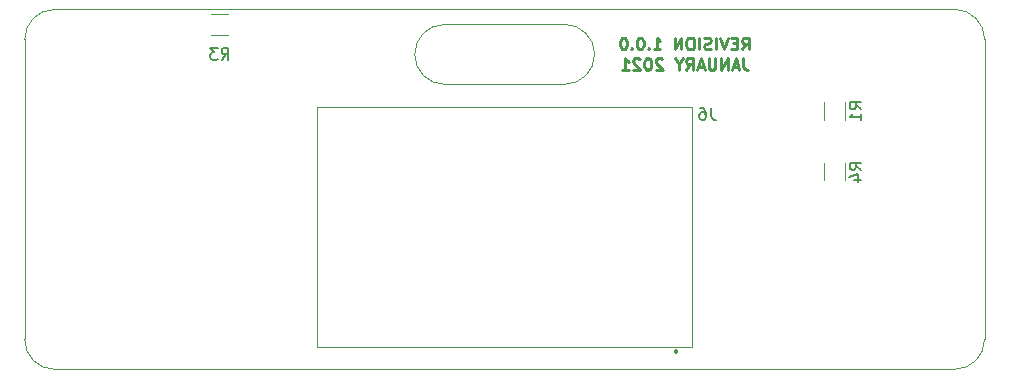
<source format=gbr>
%TF.GenerationSoftware,KiCad,Pcbnew,5.1.8+dfsg1-1+b1*%
%TF.CreationDate,2021-01-25T11:41:01-06:00*%
%TF.ProjectId,driver,64726976-6572-42e6-9b69-6361645f7063,1.0.0*%
%TF.SameCoordinates,Original*%
%TF.FileFunction,Legend,Bot*%
%TF.FilePolarity,Positive*%
%FSLAX46Y46*%
G04 Gerber Fmt 4.6, Leading zero omitted, Abs format (unit mm)*
G04 Created by KiCad (PCBNEW 5.1.8+dfsg1-1+b1) date 2021-01-25 11:41:01*
%MOMM*%
%LPD*%
G01*
G04 APERTURE LIST*
%TA.AperFunction,Profile*%
%ADD10C,0.100000*%
%TD*%
%ADD11C,0.250000*%
%ADD12C,0.120000*%
%ADD13C,0.300000*%
%ADD14C,0.100000*%
%ADD15C,0.150000*%
G04 APERTURE END LIST*
D10*
X121920000Y-85090000D02*
G75*
G02*
X119380000Y-82550000I0J2540000D01*
G01*
X165100000Y-78740000D02*
X88900000Y-78740000D01*
X119380000Y-82550000D02*
G75*
G02*
X121920000Y-80010000I2540000J0D01*
G01*
X132080000Y-80010000D02*
G75*
G02*
X134620000Y-82550000I0J-2540000D01*
G01*
X134620000Y-82550000D02*
G75*
G02*
X132080000Y-85090000I-2540000J0D01*
G01*
X132080000Y-80010000D02*
X121920000Y-80010000D01*
X132080000Y-85090000D02*
X121920000Y-85090000D01*
X165100000Y-109220000D02*
X88900000Y-109220000D01*
X86360000Y-81280000D02*
X86360000Y-106680000D01*
X167640000Y-106680000D02*
X167640000Y-81280000D01*
X86360000Y-81280000D02*
G75*
G02*
X88900000Y-78740000I2540000J0D01*
G01*
X88900000Y-109220000D02*
G75*
G02*
X86360000Y-106680000I0J2540000D01*
G01*
X167640000Y-106680000D02*
G75*
G02*
X165100000Y-109220000I-2540000J0D01*
G01*
X165100000Y-78740000D02*
G75*
G02*
X167640000Y-81280000I0J-2540000D01*
G01*
D11*
X147097142Y-82127380D02*
X147430476Y-81651190D01*
X147668571Y-82127380D02*
X147668571Y-81127380D01*
X147287619Y-81127380D01*
X147192380Y-81175000D01*
X147144761Y-81222619D01*
X147097142Y-81317857D01*
X147097142Y-81460714D01*
X147144761Y-81555952D01*
X147192380Y-81603571D01*
X147287619Y-81651190D01*
X147668571Y-81651190D01*
X146668571Y-81603571D02*
X146335238Y-81603571D01*
X146192380Y-82127380D02*
X146668571Y-82127380D01*
X146668571Y-81127380D01*
X146192380Y-81127380D01*
X145906666Y-81127380D02*
X145573333Y-82127380D01*
X145240000Y-81127380D01*
X144906666Y-82127380D02*
X144906666Y-81127380D01*
X144478095Y-82079761D02*
X144335238Y-82127380D01*
X144097142Y-82127380D01*
X144001904Y-82079761D01*
X143954285Y-82032142D01*
X143906666Y-81936904D01*
X143906666Y-81841666D01*
X143954285Y-81746428D01*
X144001904Y-81698809D01*
X144097142Y-81651190D01*
X144287619Y-81603571D01*
X144382857Y-81555952D01*
X144430476Y-81508333D01*
X144478095Y-81413095D01*
X144478095Y-81317857D01*
X144430476Y-81222619D01*
X144382857Y-81175000D01*
X144287619Y-81127380D01*
X144049523Y-81127380D01*
X143906666Y-81175000D01*
X143478095Y-82127380D02*
X143478095Y-81127380D01*
X142811428Y-81127380D02*
X142620952Y-81127380D01*
X142525714Y-81175000D01*
X142430476Y-81270238D01*
X142382857Y-81460714D01*
X142382857Y-81794047D01*
X142430476Y-81984523D01*
X142525714Y-82079761D01*
X142620952Y-82127380D01*
X142811428Y-82127380D01*
X142906666Y-82079761D01*
X143001904Y-81984523D01*
X143049523Y-81794047D01*
X143049523Y-81460714D01*
X143001904Y-81270238D01*
X142906666Y-81175000D01*
X142811428Y-81127380D01*
X141954285Y-82127380D02*
X141954285Y-81127380D01*
X141382857Y-82127380D01*
X141382857Y-81127380D01*
X139620952Y-82127380D02*
X140192380Y-82127380D01*
X139906666Y-82127380D02*
X139906666Y-81127380D01*
X140001904Y-81270238D01*
X140097142Y-81365476D01*
X140192380Y-81413095D01*
X139192380Y-82032142D02*
X139144761Y-82079761D01*
X139192380Y-82127380D01*
X139240000Y-82079761D01*
X139192380Y-82032142D01*
X139192380Y-82127380D01*
X138525714Y-81127380D02*
X138430476Y-81127380D01*
X138335238Y-81175000D01*
X138287619Y-81222619D01*
X138240000Y-81317857D01*
X138192380Y-81508333D01*
X138192380Y-81746428D01*
X138240000Y-81936904D01*
X138287619Y-82032142D01*
X138335238Y-82079761D01*
X138430476Y-82127380D01*
X138525714Y-82127380D01*
X138620952Y-82079761D01*
X138668571Y-82032142D01*
X138716190Y-81936904D01*
X138763809Y-81746428D01*
X138763809Y-81508333D01*
X138716190Y-81317857D01*
X138668571Y-81222619D01*
X138620952Y-81175000D01*
X138525714Y-81127380D01*
X137763809Y-82032142D02*
X137716190Y-82079761D01*
X137763809Y-82127380D01*
X137811428Y-82079761D01*
X137763809Y-82032142D01*
X137763809Y-82127380D01*
X137097142Y-81127380D02*
X137001904Y-81127380D01*
X136906666Y-81175000D01*
X136859047Y-81222619D01*
X136811428Y-81317857D01*
X136763809Y-81508333D01*
X136763809Y-81746428D01*
X136811428Y-81936904D01*
X136859047Y-82032142D01*
X136906666Y-82079761D01*
X137001904Y-82127380D01*
X137097142Y-82127380D01*
X137192380Y-82079761D01*
X137240000Y-82032142D01*
X137287619Y-81936904D01*
X137335238Y-81746428D01*
X137335238Y-81508333D01*
X137287619Y-81317857D01*
X137240000Y-81222619D01*
X137192380Y-81175000D01*
X137097142Y-81127380D01*
X147216190Y-82877380D02*
X147216190Y-83591666D01*
X147263809Y-83734523D01*
X147359047Y-83829761D01*
X147501904Y-83877380D01*
X147597142Y-83877380D01*
X146787619Y-83591666D02*
X146311428Y-83591666D01*
X146882857Y-83877380D02*
X146549523Y-82877380D01*
X146216190Y-83877380D01*
X145882857Y-83877380D02*
X145882857Y-82877380D01*
X145311428Y-83877380D01*
X145311428Y-82877380D01*
X144835238Y-82877380D02*
X144835238Y-83686904D01*
X144787619Y-83782142D01*
X144740000Y-83829761D01*
X144644761Y-83877380D01*
X144454285Y-83877380D01*
X144359047Y-83829761D01*
X144311428Y-83782142D01*
X144263809Y-83686904D01*
X144263809Y-82877380D01*
X143835238Y-83591666D02*
X143359047Y-83591666D01*
X143930476Y-83877380D02*
X143597142Y-82877380D01*
X143263809Y-83877380D01*
X142359047Y-83877380D02*
X142692380Y-83401190D01*
X142930476Y-83877380D02*
X142930476Y-82877380D01*
X142549523Y-82877380D01*
X142454285Y-82925000D01*
X142406666Y-82972619D01*
X142359047Y-83067857D01*
X142359047Y-83210714D01*
X142406666Y-83305952D01*
X142454285Y-83353571D01*
X142549523Y-83401190D01*
X142930476Y-83401190D01*
X141740000Y-83401190D02*
X141740000Y-83877380D01*
X142073333Y-82877380D02*
X141740000Y-83401190D01*
X141406666Y-82877380D01*
X140359047Y-82972619D02*
X140311428Y-82925000D01*
X140216190Y-82877380D01*
X139978095Y-82877380D01*
X139882857Y-82925000D01*
X139835238Y-82972619D01*
X139787619Y-83067857D01*
X139787619Y-83163095D01*
X139835238Y-83305952D01*
X140406666Y-83877380D01*
X139787619Y-83877380D01*
X139168571Y-82877380D02*
X139073333Y-82877380D01*
X138978095Y-82925000D01*
X138930476Y-82972619D01*
X138882857Y-83067857D01*
X138835238Y-83258333D01*
X138835238Y-83496428D01*
X138882857Y-83686904D01*
X138930476Y-83782142D01*
X138978095Y-83829761D01*
X139073333Y-83877380D01*
X139168571Y-83877380D01*
X139263809Y-83829761D01*
X139311428Y-83782142D01*
X139359047Y-83686904D01*
X139406666Y-83496428D01*
X139406666Y-83258333D01*
X139359047Y-83067857D01*
X139311428Y-82972619D01*
X139263809Y-82925000D01*
X139168571Y-82877380D01*
X138454285Y-82972619D02*
X138406666Y-82925000D01*
X138311428Y-82877380D01*
X138073333Y-82877380D01*
X137978095Y-82925000D01*
X137930476Y-82972619D01*
X137882857Y-83067857D01*
X137882857Y-83163095D01*
X137930476Y-83305952D01*
X138501904Y-83877380D01*
X137882857Y-83877380D01*
X136930476Y-83877380D02*
X137501904Y-83877380D01*
X137216190Y-83877380D02*
X137216190Y-82877380D01*
X137311428Y-83020238D01*
X137406666Y-83115476D01*
X137501904Y-83163095D01*
D12*
%TO.C,R4*%
X155850000Y-93209064D02*
X155850000Y-91754936D01*
X154030000Y-93209064D02*
X154030000Y-91754936D01*
%TO.C,R3*%
X103597064Y-79100000D02*
X102142936Y-79100000D01*
X103597064Y-80920000D02*
X102142936Y-80920000D01*
%TO.C,R1*%
X155850000Y-88077064D02*
X155850000Y-86622936D01*
X154030000Y-88077064D02*
X154030000Y-86622936D01*
D13*
%TO.C,J6*%
X141500000Y-107755000D02*
X141500000Y-107755000D01*
X141500000Y-107655000D02*
X141500000Y-107655000D01*
D14*
X111100000Y-107305000D02*
X142900000Y-107305000D01*
X111100000Y-87005000D02*
X111100000Y-107305000D01*
X142900000Y-87005000D02*
X111100000Y-87005000D01*
X142900000Y-107305000D02*
X142900000Y-87005000D01*
D13*
X141500000Y-107655000D02*
G75*
G03*
X141500000Y-107755000I0J-50000D01*
G01*
X141500000Y-107755000D02*
G75*
G03*
X141500000Y-107655000I0J50000D01*
G01*
%TD*%
%TO.C,R4*%
D15*
X157212380Y-92315333D02*
X156736190Y-91982000D01*
X157212380Y-91743904D02*
X156212380Y-91743904D01*
X156212380Y-92124857D01*
X156260000Y-92220095D01*
X156307619Y-92267714D01*
X156402857Y-92315333D01*
X156545714Y-92315333D01*
X156640952Y-92267714D01*
X156688571Y-92220095D01*
X156736190Y-92124857D01*
X156736190Y-91743904D01*
X156545714Y-93172476D02*
X157212380Y-93172476D01*
X156164761Y-92934380D02*
X156879047Y-92696285D01*
X156879047Y-93315333D01*
%TO.C,R3*%
X103036666Y-83002380D02*
X103370000Y-82526190D01*
X103608095Y-83002380D02*
X103608095Y-82002380D01*
X103227142Y-82002380D01*
X103131904Y-82050000D01*
X103084285Y-82097619D01*
X103036666Y-82192857D01*
X103036666Y-82335714D01*
X103084285Y-82430952D01*
X103131904Y-82478571D01*
X103227142Y-82526190D01*
X103608095Y-82526190D01*
X102703333Y-82002380D02*
X102084285Y-82002380D01*
X102417619Y-82383333D01*
X102274761Y-82383333D01*
X102179523Y-82430952D01*
X102131904Y-82478571D01*
X102084285Y-82573809D01*
X102084285Y-82811904D01*
X102131904Y-82907142D01*
X102179523Y-82954761D01*
X102274761Y-83002380D01*
X102560476Y-83002380D01*
X102655714Y-82954761D01*
X102703333Y-82907142D01*
%TO.C,R1*%
X157212380Y-87183333D02*
X156736190Y-86850000D01*
X157212380Y-86611904D02*
X156212380Y-86611904D01*
X156212380Y-86992857D01*
X156260000Y-87088095D01*
X156307619Y-87135714D01*
X156402857Y-87183333D01*
X156545714Y-87183333D01*
X156640952Y-87135714D01*
X156688571Y-87088095D01*
X156736190Y-86992857D01*
X156736190Y-86611904D01*
X157212380Y-88135714D02*
X157212380Y-87564285D01*
X157212380Y-87850000D02*
X156212380Y-87850000D01*
X156355238Y-87754761D01*
X156450476Y-87659523D01*
X156498095Y-87564285D01*
%TO.C,J6*%
X144478333Y-87082380D02*
X144478333Y-87796666D01*
X144525952Y-87939523D01*
X144621190Y-88034761D01*
X144764047Y-88082380D01*
X144859285Y-88082380D01*
X143573571Y-87082380D02*
X143764047Y-87082380D01*
X143859285Y-87130000D01*
X143906904Y-87177619D01*
X144002142Y-87320476D01*
X144049761Y-87510952D01*
X144049761Y-87891904D01*
X144002142Y-87987142D01*
X143954523Y-88034761D01*
X143859285Y-88082380D01*
X143668809Y-88082380D01*
X143573571Y-88034761D01*
X143525952Y-87987142D01*
X143478333Y-87891904D01*
X143478333Y-87653809D01*
X143525952Y-87558571D01*
X143573571Y-87510952D01*
X143668809Y-87463333D01*
X143859285Y-87463333D01*
X143954523Y-87510952D01*
X144002142Y-87558571D01*
X144049761Y-87653809D01*
%TD*%
M02*

</source>
